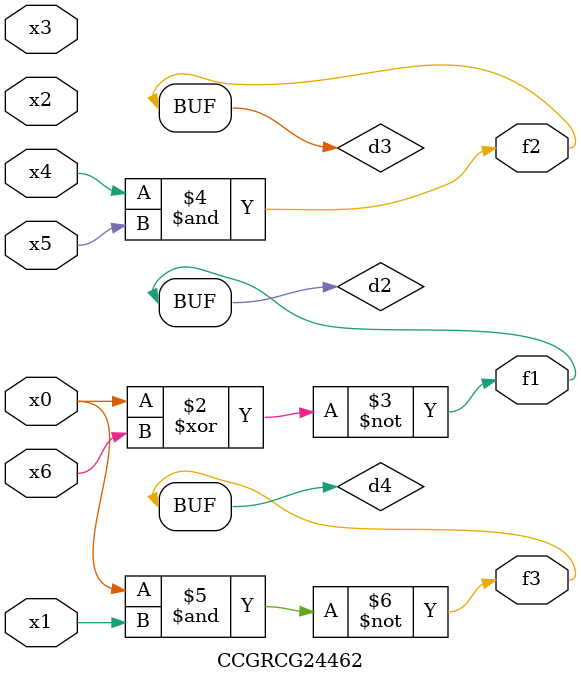
<source format=v>
module CCGRCG24462(
	input x0, x1, x2, x3, x4, x5, x6,
	output f1, f2, f3
);

	wire d1, d2, d3, d4;

	nor (d1, x0);
	xnor (d2, x0, x6);
	and (d3, x4, x5);
	nand (d4, x0, x1);
	assign f1 = d2;
	assign f2 = d3;
	assign f3 = d4;
endmodule

</source>
